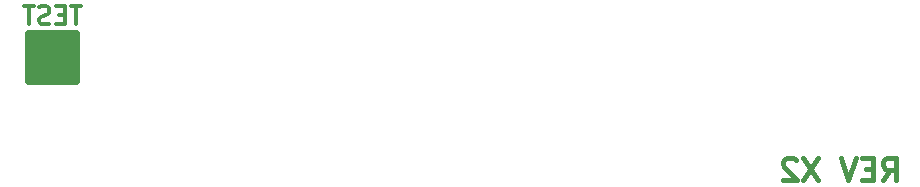
<source format=gbr>
G04 #@! TF.FileFunction,Legend,Bot*
%FSLAX46Y46*%
G04 Gerber Fmt 4.6, Leading zero omitted, Abs format (unit mm)*
G04 Created by KiCad (PCBNEW (after 2015-mar-04 BZR unknown)-product) date 6/8/2017 2:28:37 PM*
%MOMM*%
G01*
G04 APERTURE LIST*
%ADD10C,0.150000*%
%ADD11C,0.381000*%
%ADD12C,0.650000*%
%ADD13C,0.304800*%
G04 APERTURE END LIST*
D10*
D11*
X89988571Y-99921786D02*
X90623571Y-99014643D01*
X91077143Y-99921786D02*
X91077143Y-98016786D01*
X90351428Y-98016786D01*
X90170000Y-98107500D01*
X90079285Y-98198214D01*
X89988571Y-98379643D01*
X89988571Y-98651786D01*
X90079285Y-98833214D01*
X90170000Y-98923929D01*
X90351428Y-99014643D01*
X91077143Y-99014643D01*
X89172143Y-98923929D02*
X88537143Y-98923929D01*
X88265000Y-99921786D02*
X89172143Y-99921786D01*
X89172143Y-98016786D01*
X88265000Y-98016786D01*
X87720714Y-98016786D02*
X87085714Y-99921786D01*
X86450714Y-98016786D01*
X84545714Y-98016786D02*
X83275714Y-99921786D01*
X83275714Y-98016786D02*
X84545714Y-99921786D01*
X82640714Y-98198214D02*
X82550000Y-98107500D01*
X82368571Y-98016786D01*
X81915000Y-98016786D01*
X81733571Y-98107500D01*
X81642857Y-98198214D01*
X81552142Y-98379643D01*
X81552142Y-98561071D01*
X81642857Y-98833214D01*
X82731428Y-99921786D01*
X81552142Y-99921786D01*
D12*
X17685000Y-87535000D02*
X21685000Y-87535000D01*
X21685000Y-87535000D02*
X21685000Y-91535000D01*
X21685000Y-91535000D02*
X17685000Y-91535000D01*
X17685000Y-91535000D02*
X17685000Y-87535000D01*
X17685000Y-87535000D02*
X17685000Y-88035000D01*
X17685000Y-88035000D02*
X21685000Y-88035000D01*
X21685000Y-88035000D02*
X21685000Y-88535000D01*
X21685000Y-88535000D02*
X17685000Y-88535000D01*
X17685000Y-88535000D02*
X17685000Y-89035000D01*
X17685000Y-89035000D02*
X21685000Y-89035000D01*
X21685000Y-89035000D02*
X21685000Y-89535000D01*
X21685000Y-89535000D02*
X17685000Y-89535000D01*
X17685000Y-89535000D02*
X17685000Y-90035000D01*
X17685000Y-90035000D02*
X21185000Y-90035000D01*
X21185000Y-90035000D02*
X21685000Y-90035000D01*
X21685000Y-90035000D02*
X21685000Y-90535000D01*
X21685000Y-90535000D02*
X17685000Y-90535000D01*
X17685000Y-90535000D02*
X17685000Y-91035000D01*
X17685000Y-91035000D02*
X21685000Y-91035000D01*
D13*
X22116143Y-85200429D02*
X21245286Y-85200429D01*
X21680715Y-86724429D02*
X21680715Y-85200429D01*
X20737286Y-85926143D02*
X20229286Y-85926143D01*
X20011572Y-86724429D02*
X20737286Y-86724429D01*
X20737286Y-85200429D01*
X20011572Y-85200429D01*
X19431000Y-86651857D02*
X19213286Y-86724429D01*
X18850429Y-86724429D01*
X18705286Y-86651857D01*
X18632715Y-86579286D01*
X18560143Y-86434143D01*
X18560143Y-86289000D01*
X18632715Y-86143857D01*
X18705286Y-86071286D01*
X18850429Y-85998714D01*
X19140715Y-85926143D01*
X19285857Y-85853571D01*
X19358429Y-85781000D01*
X19431000Y-85635857D01*
X19431000Y-85490714D01*
X19358429Y-85345571D01*
X19285857Y-85273000D01*
X19140715Y-85200429D01*
X18777857Y-85200429D01*
X18560143Y-85273000D01*
X18124714Y-85200429D02*
X17253857Y-85200429D01*
X17689286Y-86724429D02*
X17689286Y-85200429D01*
M02*

</source>
